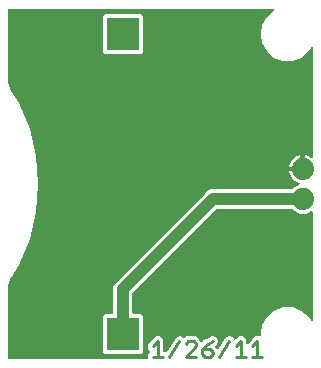
<source format=gbr>
G04 EAGLE Gerber RS-274X export*
G75*
%MOMM*%
%FSLAX34Y34*%
%LPD*%
%INTop Copper*%
%IPPOS*%
%AMOC8*
5,1,8,0,0,1.08239X$1,22.5*%
G01*
%ADD10C,0.228600*%
%ADD11R,2.781300X2.781300*%
%ADD12C,1.879600*%
%ADD13C,1.016000*%

G36*
X121724Y4073D02*
X121724Y4073D01*
X121782Y4071D01*
X121864Y4093D01*
X121948Y4105D01*
X122001Y4128D01*
X122057Y4143D01*
X122130Y4186D01*
X122207Y4221D01*
X122252Y4259D01*
X122302Y4288D01*
X122360Y4350D01*
X122424Y4404D01*
X122456Y4453D01*
X122496Y4496D01*
X122535Y4571D01*
X122582Y4641D01*
X122599Y4697D01*
X122626Y4749D01*
X122637Y4817D01*
X122667Y4912D01*
X122670Y5012D01*
X122681Y5080D01*
X122681Y7959D01*
X124549Y9827D01*
X124584Y9873D01*
X124626Y9914D01*
X124669Y9987D01*
X124720Y10054D01*
X124741Y10109D01*
X124770Y10159D01*
X124791Y10241D01*
X124821Y10320D01*
X124826Y10378D01*
X124840Y10435D01*
X124837Y10519D01*
X124844Y10603D01*
X124833Y10660D01*
X124831Y10719D01*
X124805Y10799D01*
X124789Y10882D01*
X124762Y10934D01*
X124744Y10989D01*
X124704Y11045D01*
X124658Y11134D01*
X124589Y11206D01*
X124549Y11263D01*
X122681Y13130D01*
X122681Y16603D01*
X129458Y23380D01*
X132931Y23380D01*
X135386Y20924D01*
X135386Y11430D01*
X135395Y11372D01*
X135393Y11314D01*
X135414Y11232D01*
X135426Y11148D01*
X135450Y11095D01*
X135465Y11039D01*
X135508Y10966D01*
X135543Y10889D01*
X135580Y10844D01*
X135610Y10794D01*
X135672Y10736D01*
X135726Y10672D01*
X135775Y10640D01*
X135817Y10600D01*
X135893Y10561D01*
X135963Y10514D01*
X136019Y10497D01*
X136071Y10470D01*
X136139Y10459D01*
X136234Y10429D01*
X136334Y10426D01*
X136402Y10415D01*
X137257Y10415D01*
X137307Y10380D01*
X137348Y10341D01*
X137388Y10321D01*
X137450Y10274D01*
X137465Y10268D01*
X137478Y10259D01*
X137573Y10226D01*
X137601Y10212D01*
X137622Y10208D01*
X137716Y10172D01*
X137732Y10171D01*
X137747Y10166D01*
X137873Y10159D01*
X137999Y10149D01*
X138015Y10152D01*
X138031Y10151D01*
X138154Y10180D01*
X138278Y10205D01*
X138292Y10212D01*
X138308Y10216D01*
X138418Y10278D01*
X138467Y10303D01*
X138488Y10312D01*
X138492Y10316D01*
X138530Y10336D01*
X138542Y10347D01*
X138556Y10355D01*
X138603Y10405D01*
X138650Y10450D01*
X138705Y10496D01*
X138715Y10511D01*
X138736Y10532D01*
X138760Y10572D01*
X138785Y10599D01*
X147025Y22958D01*
X150430Y23639D01*
X152853Y22024D01*
X152943Y21980D01*
X153030Y21929D01*
X153071Y21919D01*
X153109Y21901D01*
X153208Y21884D01*
X153306Y21859D01*
X153348Y21860D01*
X153389Y21853D01*
X153489Y21865D01*
X153590Y21868D01*
X153630Y21881D01*
X153672Y21886D01*
X153765Y21925D01*
X153860Y21956D01*
X153891Y21977D01*
X153934Y21995D01*
X154077Y22110D01*
X154134Y22150D01*
X155363Y23380D01*
X163157Y23380D01*
X165910Y20627D01*
X167720Y18818D01*
X167766Y18782D01*
X167807Y18740D01*
X167879Y18697D01*
X167947Y18647D01*
X168001Y18626D01*
X168052Y18596D01*
X168133Y18576D01*
X168212Y18545D01*
X168271Y18541D01*
X168327Y18526D01*
X168412Y18529D01*
X168496Y18522D01*
X168553Y18533D01*
X168612Y18535D01*
X168692Y18561D01*
X168774Y18578D01*
X168826Y18605D01*
X168882Y18623D01*
X168938Y18663D01*
X169027Y18709D01*
X169099Y18778D01*
X169155Y18818D01*
X169460Y19122D01*
X169500Y19175D01*
X169548Y19222D01*
X169578Y19279D01*
X169631Y19349D01*
X169671Y19454D01*
X169705Y19519D01*
X169865Y20000D01*
X170663Y20399D01*
X170743Y20454D01*
X170767Y20465D01*
X170803Y20496D01*
X170897Y20560D01*
X170911Y20578D01*
X170926Y20589D01*
X171557Y21219D01*
X172064Y21219D01*
X172130Y21228D01*
X172197Y21228D01*
X172258Y21246D01*
X172345Y21259D01*
X172447Y21305D01*
X172518Y21326D01*
X177293Y23714D01*
X180587Y22616D01*
X182140Y19510D01*
X181042Y16215D01*
X180189Y15789D01*
X180124Y15744D01*
X180053Y15707D01*
X180007Y15663D01*
X179955Y15627D01*
X179905Y15566D01*
X179847Y15511D01*
X179815Y15456D01*
X179775Y15407D01*
X179744Y15334D01*
X179704Y15266D01*
X179688Y15204D01*
X179663Y15146D01*
X179653Y15067D01*
X179633Y14991D01*
X179636Y14927D01*
X179628Y14864D01*
X179640Y14785D01*
X179643Y14706D01*
X179662Y14646D01*
X179672Y14583D01*
X179706Y14511D01*
X179730Y14436D01*
X179762Y14391D01*
X179793Y14325D01*
X179880Y14226D01*
X179925Y14163D01*
X179943Y14145D01*
X179943Y14144D01*
X181050Y13038D01*
X181063Y13028D01*
X181073Y13015D01*
X181176Y12943D01*
X181277Y12867D01*
X181292Y12861D01*
X181305Y12852D01*
X181425Y12810D01*
X181543Y12765D01*
X181559Y12764D01*
X181574Y12759D01*
X181700Y12752D01*
X181826Y12742D01*
X181842Y12745D01*
X181858Y12744D01*
X181981Y12773D01*
X182105Y12798D01*
X182119Y12805D01*
X182135Y12809D01*
X182244Y12870D01*
X182357Y12929D01*
X182369Y12940D01*
X182383Y12948D01*
X182430Y12998D01*
X182563Y13125D01*
X182587Y13165D01*
X182612Y13192D01*
X189123Y22958D01*
X192528Y23639D01*
X195417Y21713D01*
X195468Y21458D01*
X195492Y21390D01*
X195506Y21320D01*
X195539Y21257D01*
X195562Y21190D01*
X195604Y21131D01*
X195637Y21068D01*
X195686Y21016D01*
X195727Y20958D01*
X195784Y20914D01*
X195833Y20862D01*
X195894Y20826D01*
X195950Y20781D01*
X196016Y20754D01*
X196078Y20718D01*
X196147Y20700D01*
X196213Y20673D01*
X196284Y20665D01*
X196354Y20648D01*
X196425Y20650D01*
X196496Y20642D01*
X196566Y20655D01*
X196638Y20657D01*
X196706Y20679D01*
X196776Y20691D01*
X196840Y20722D01*
X196908Y20744D01*
X196957Y20779D01*
X197031Y20815D01*
X197120Y20895D01*
X197182Y20939D01*
X199622Y23380D01*
X203095Y23380D01*
X205550Y20924D01*
X205550Y17726D01*
X205554Y17697D01*
X205552Y17668D01*
X205574Y17557D01*
X205590Y17445D01*
X205602Y17418D01*
X205608Y17389D01*
X205660Y17289D01*
X205706Y17185D01*
X205725Y17163D01*
X205739Y17137D01*
X205817Y17055D01*
X205890Y16968D01*
X205915Y16952D01*
X205935Y16931D01*
X206032Y16873D01*
X206127Y16811D01*
X206155Y16802D01*
X206180Y16787D01*
X206289Y16759D01*
X206398Y16725D01*
X206427Y16724D01*
X206455Y16717D01*
X206569Y16720D01*
X206682Y16717D01*
X206710Y16725D01*
X206740Y16726D01*
X206847Y16761D01*
X206957Y16789D01*
X206982Y16804D01*
X207010Y16813D01*
X207074Y16859D01*
X207201Y16935D01*
X207244Y16980D01*
X207283Y17008D01*
X210902Y20627D01*
X213655Y23380D01*
X217491Y23380D01*
X217495Y23380D01*
X217499Y23380D01*
X217637Y23400D01*
X217772Y23420D01*
X217776Y23421D01*
X217781Y23422D01*
X217907Y23480D01*
X218032Y23536D01*
X218035Y23539D01*
X218039Y23540D01*
X218144Y23631D01*
X218249Y23720D01*
X218251Y23723D01*
X218254Y23726D01*
X218329Y23841D01*
X218406Y23956D01*
X218408Y23960D01*
X218410Y23964D01*
X218450Y24094D01*
X218492Y24227D01*
X218492Y24232D01*
X218493Y24236D01*
X218493Y24270D01*
X218499Y24511D01*
X218491Y24544D01*
X218491Y24571D01*
X218345Y25400D01*
X219729Y33251D01*
X223715Y40155D01*
X229822Y45280D01*
X237314Y48007D01*
X245286Y48007D01*
X252778Y45280D01*
X258885Y40156D01*
X260741Y36941D01*
X260753Y36926D01*
X260761Y36908D01*
X260840Y36814D01*
X260916Y36717D01*
X260932Y36706D01*
X260945Y36691D01*
X261047Y36622D01*
X261146Y36551D01*
X261165Y36544D01*
X261181Y36533D01*
X261299Y36496D01*
X261414Y36454D01*
X261434Y36453D01*
X261452Y36447D01*
X261575Y36444D01*
X261698Y36436D01*
X261717Y36441D01*
X261736Y36440D01*
X261855Y36471D01*
X261975Y36498D01*
X261993Y36507D01*
X262011Y36512D01*
X262117Y36574D01*
X262225Y36633D01*
X262239Y36647D01*
X262256Y36657D01*
X262340Y36747D01*
X262427Y36833D01*
X262437Y36850D01*
X262450Y36864D01*
X262506Y36974D01*
X262566Y37081D01*
X262571Y37100D01*
X262580Y37118D01*
X262592Y37190D01*
X262631Y37358D01*
X262629Y37409D01*
X262635Y37449D01*
X262635Y128285D01*
X262619Y128399D01*
X262609Y128513D01*
X262599Y128539D01*
X262595Y128567D01*
X262548Y128672D01*
X262507Y128779D01*
X262491Y128801D01*
X262479Y128826D01*
X262405Y128914D01*
X262336Y129005D01*
X262313Y129022D01*
X262296Y129043D01*
X262200Y129107D01*
X262108Y129175D01*
X262082Y129185D01*
X262059Y129201D01*
X261949Y129235D01*
X261842Y129276D01*
X261814Y129278D01*
X261788Y129286D01*
X261673Y129289D01*
X261559Y129299D01*
X261534Y129293D01*
X261504Y129294D01*
X261247Y129227D01*
X261231Y129223D01*
X256476Y127253D01*
X251524Y127253D01*
X246949Y129148D01*
X244824Y131274D01*
X244754Y131326D01*
X244690Y131386D01*
X244641Y131412D01*
X244597Y131445D01*
X244515Y131476D01*
X244437Y131516D01*
X244389Y131524D01*
X244331Y131546D01*
X244183Y131558D01*
X244106Y131571D01*
X181588Y131571D01*
X181501Y131559D01*
X181414Y131556D01*
X181361Y131539D01*
X181306Y131531D01*
X181226Y131496D01*
X181143Y131469D01*
X181104Y131441D01*
X181047Y131415D01*
X180933Y131319D01*
X180870Y131274D01*
X110026Y60430D01*
X109974Y60361D01*
X109914Y60297D01*
X109888Y60247D01*
X109855Y60203D01*
X109824Y60121D01*
X109784Y60043D01*
X109776Y59996D01*
X109754Y59937D01*
X109742Y59790D01*
X109729Y59712D01*
X109729Y43370D01*
X109737Y43313D01*
X109735Y43254D01*
X109757Y43173D01*
X109769Y43089D01*
X109792Y43036D01*
X109807Y42979D01*
X109850Y42907D01*
X109885Y42830D01*
X109923Y42785D01*
X109952Y42735D01*
X110014Y42677D01*
X110068Y42613D01*
X110117Y42580D01*
X110160Y42540D01*
X110235Y42502D01*
X110305Y42455D01*
X110361Y42437D01*
X110413Y42411D01*
X110481Y42399D01*
X110576Y42369D01*
X110676Y42367D01*
X110744Y42355D01*
X116769Y42355D01*
X118555Y40569D01*
X118555Y10231D01*
X116769Y8445D01*
X86431Y8445D01*
X84645Y10231D01*
X84645Y40569D01*
X86431Y42355D01*
X92456Y42355D01*
X92514Y42363D01*
X92572Y42362D01*
X92654Y42383D01*
X92738Y42395D01*
X92791Y42419D01*
X92847Y42434D01*
X92920Y42477D01*
X92997Y42511D01*
X93042Y42549D01*
X93092Y42579D01*
X93150Y42641D01*
X93214Y42695D01*
X93246Y42744D01*
X93286Y42786D01*
X93325Y42861D01*
X93372Y42932D01*
X93389Y42987D01*
X93416Y43039D01*
X93427Y43107D01*
X93457Y43203D01*
X93460Y43302D01*
X93471Y43370D01*
X93471Y65117D01*
X94709Y68105D01*
X170766Y144162D01*
X173195Y146591D01*
X176183Y147829D01*
X244106Y147829D01*
X244192Y147841D01*
X244280Y147844D01*
X244333Y147861D01*
X244387Y147869D01*
X244467Y147904D01*
X244550Y147931D01*
X244590Y147959D01*
X244647Y147985D01*
X244760Y148081D01*
X244824Y148126D01*
X246949Y150252D01*
X250611Y151769D01*
X250671Y151804D01*
X250735Y151830D01*
X250793Y151876D01*
X250856Y151913D01*
X250904Y151963D01*
X250958Y152006D01*
X251001Y152066D01*
X251051Y152120D01*
X251083Y152181D01*
X251123Y152238D01*
X251148Y152307D01*
X251182Y152373D01*
X251195Y152440D01*
X251218Y152506D01*
X251222Y152579D01*
X251237Y152652D01*
X251231Y152720D01*
X251235Y152789D01*
X251219Y152861D01*
X251212Y152935D01*
X251187Y152999D01*
X251172Y153067D01*
X251137Y153131D01*
X251110Y153200D01*
X251068Y153255D01*
X251035Y153316D01*
X250983Y153368D01*
X250939Y153427D01*
X250883Y153468D01*
X250834Y153517D01*
X250779Y153546D01*
X250711Y153597D01*
X250603Y153638D01*
X250537Y153672D01*
X249417Y154036D01*
X247743Y154889D01*
X246222Y155994D01*
X244894Y157322D01*
X243789Y158843D01*
X242936Y160517D01*
X242355Y162304D01*
X242234Y163069D01*
X252984Y163069D01*
X253042Y163077D01*
X253100Y163075D01*
X253182Y163097D01*
X253265Y163109D01*
X253319Y163133D01*
X253375Y163147D01*
X253448Y163190D01*
X253525Y163225D01*
X253569Y163263D01*
X253620Y163293D01*
X253677Y163354D01*
X253742Y163409D01*
X253774Y163457D01*
X253814Y163500D01*
X253853Y163575D01*
X253899Y163645D01*
X253917Y163701D01*
X253944Y163753D01*
X253955Y163821D01*
X253985Y163916D01*
X253988Y164016D01*
X253999Y164084D01*
X253999Y165101D01*
X255016Y165101D01*
X255074Y165109D01*
X255132Y165108D01*
X255214Y165129D01*
X255297Y165141D01*
X255351Y165165D01*
X255407Y165179D01*
X255480Y165222D01*
X255557Y165257D01*
X255602Y165295D01*
X255652Y165325D01*
X255710Y165386D01*
X255774Y165441D01*
X255806Y165489D01*
X255846Y165532D01*
X255885Y165607D01*
X255931Y165677D01*
X255949Y165733D01*
X255976Y165785D01*
X255987Y165853D01*
X256017Y165948D01*
X256020Y166048D01*
X256031Y166116D01*
X256031Y176866D01*
X256796Y176745D01*
X258583Y176164D01*
X260257Y175311D01*
X261023Y174754D01*
X261105Y174711D01*
X261181Y174660D01*
X261230Y174645D01*
X261274Y174621D01*
X261364Y174602D01*
X261452Y174574D01*
X261503Y174573D01*
X261553Y174563D01*
X261644Y174569D01*
X261736Y174567D01*
X261785Y174580D01*
X261836Y174584D01*
X261923Y174616D01*
X262011Y174639D01*
X262055Y174665D01*
X262103Y174683D01*
X262177Y174737D01*
X262256Y174784D01*
X262291Y174821D01*
X262331Y174851D01*
X262387Y174924D01*
X262450Y174992D01*
X262473Y175037D01*
X262504Y175077D01*
X262538Y175163D01*
X262580Y175245D01*
X262587Y175289D01*
X262608Y175342D01*
X262620Y175469D01*
X262621Y175474D01*
X262622Y175491D01*
X262623Y175500D01*
X262635Y175576D01*
X262635Y267351D01*
X262633Y267371D01*
X262635Y267390D01*
X262613Y267511D01*
X262595Y267633D01*
X262587Y267651D01*
X262584Y267670D01*
X262529Y267780D01*
X262479Y267892D01*
X262467Y267907D01*
X262458Y267925D01*
X262375Y268016D01*
X262296Y268109D01*
X262279Y268120D01*
X262266Y268135D01*
X262161Y268199D01*
X262059Y268267D01*
X262040Y268273D01*
X262024Y268283D01*
X261905Y268316D01*
X261788Y268353D01*
X261768Y268353D01*
X261749Y268358D01*
X261627Y268357D01*
X261504Y268360D01*
X261485Y268355D01*
X261465Y268355D01*
X261347Y268319D01*
X261229Y268288D01*
X261212Y268278D01*
X261193Y268272D01*
X261090Y268206D01*
X260984Y268143D01*
X260971Y268129D01*
X260954Y268118D01*
X260908Y268061D01*
X260790Y267936D01*
X260766Y267890D01*
X260741Y267859D01*
X258885Y264644D01*
X252778Y259520D01*
X245286Y256793D01*
X237314Y256793D01*
X229822Y259520D01*
X223715Y264644D01*
X219729Y271549D01*
X218345Y279400D01*
X219729Y287251D01*
X223715Y294155D01*
X229420Y298942D01*
X229469Y298997D01*
X229525Y299045D01*
X229564Y299102D01*
X229610Y299154D01*
X229642Y299220D01*
X229683Y299281D01*
X229704Y299347D01*
X229734Y299410D01*
X229746Y299482D01*
X229768Y299552D01*
X229770Y299621D01*
X229782Y299690D01*
X229774Y299763D01*
X229776Y299836D01*
X229758Y299903D01*
X229751Y299972D01*
X229723Y300040D01*
X229704Y300111D01*
X229669Y300171D01*
X229642Y300235D01*
X229596Y300293D01*
X229559Y300356D01*
X229508Y300403D01*
X229465Y300457D01*
X229405Y300500D01*
X229351Y300550D01*
X229290Y300582D01*
X229233Y300622D01*
X229164Y300646D01*
X229098Y300680D01*
X229040Y300690D01*
X228965Y300716D01*
X228843Y300723D01*
X228767Y300735D01*
X5080Y300735D01*
X5022Y300727D01*
X4964Y300729D01*
X4882Y300707D01*
X4798Y300695D01*
X4745Y300672D01*
X4689Y300657D01*
X4616Y300614D01*
X4539Y300579D01*
X4494Y300541D01*
X4444Y300512D01*
X4386Y300450D01*
X4322Y300396D01*
X4290Y300347D01*
X4250Y300304D01*
X4211Y300229D01*
X4164Y300159D01*
X4147Y300103D01*
X4120Y300051D01*
X4109Y299983D01*
X4079Y299888D01*
X4076Y299788D01*
X4065Y299720D01*
X4065Y241300D01*
X4071Y241259D01*
X4067Y241226D01*
X4258Y238613D01*
X4288Y238474D01*
X4298Y238396D01*
X5800Y233391D01*
X5860Y233261D01*
X5886Y233187D01*
X7147Y230934D01*
X7163Y230913D01*
X7171Y230893D01*
X7226Y230804D01*
X7235Y230793D01*
X7240Y230782D01*
X8223Y229291D01*
X8226Y229283D01*
X8243Y229207D01*
X8303Y229098D01*
X8332Y229027D01*
X13504Y220715D01*
X22656Y198924D01*
X28240Y175959D01*
X30118Y152400D01*
X28240Y128841D01*
X22656Y105876D01*
X13504Y84085D01*
X8332Y75773D01*
X8302Y75705D01*
X8263Y75642D01*
X8244Y75576D01*
X8217Y75513D01*
X8214Y75496D01*
X7240Y74018D01*
X7234Y74005D01*
X7226Y73996D01*
X7171Y73907D01*
X7160Y73883D01*
X7147Y73866D01*
X5886Y71613D01*
X5851Y71522D01*
X5843Y71510D01*
X5831Y71472D01*
X5800Y71409D01*
X4298Y66404D01*
X4277Y66263D01*
X4258Y66187D01*
X4067Y63574D01*
X4070Y63533D01*
X4065Y63500D01*
X4065Y5080D01*
X4073Y5022D01*
X4071Y4964D01*
X4093Y4882D01*
X4105Y4798D01*
X4128Y4745D01*
X4143Y4689D01*
X4186Y4616D01*
X4221Y4539D01*
X4259Y4494D01*
X4288Y4444D01*
X4350Y4386D01*
X4404Y4322D01*
X4453Y4290D01*
X4496Y4250D01*
X4571Y4211D01*
X4641Y4164D01*
X4697Y4147D01*
X4749Y4120D01*
X4817Y4109D01*
X4912Y4079D01*
X5012Y4076D01*
X5080Y4065D01*
X121666Y4065D01*
X121724Y4073D01*
G37*
%LPC*%
G36*
X86431Y262445D02*
X86431Y262445D01*
X84645Y264231D01*
X84645Y294569D01*
X86431Y296355D01*
X116769Y296355D01*
X118555Y294569D01*
X118555Y264231D01*
X116769Y262445D01*
X86431Y262445D01*
G37*
%LPD*%
%LPC*%
G36*
X242234Y167131D02*
X242234Y167131D01*
X242355Y167896D01*
X242936Y169683D01*
X243789Y171357D01*
X244894Y172878D01*
X246222Y174206D01*
X247743Y175311D01*
X249417Y176164D01*
X251204Y176745D01*
X251969Y176866D01*
X251969Y167131D01*
X242234Y167131D01*
G37*
%LPD*%
D10*
X126873Y14866D02*
X131195Y19188D01*
X131195Y6223D01*
X135516Y6223D02*
X126873Y6223D01*
X140906Y6223D02*
X149549Y19188D01*
X154939Y6223D02*
X163582Y6223D01*
X154939Y6223D02*
X163582Y14866D01*
X163582Y17027D01*
X161421Y19188D01*
X157099Y19188D01*
X154939Y17027D01*
X173293Y17027D02*
X177615Y19188D01*
X173293Y17027D02*
X168971Y12706D01*
X168971Y8384D01*
X171132Y6223D01*
X175454Y6223D01*
X177615Y8384D01*
X177615Y10545D01*
X175454Y12706D01*
X168971Y12706D01*
X183004Y6223D02*
X191648Y19188D01*
X197037Y14866D02*
X201359Y19188D01*
X201359Y6223D01*
X205680Y6223D02*
X197037Y6223D01*
X211070Y14866D02*
X215391Y19188D01*
X215391Y6223D01*
X211070Y6223D02*
X219713Y6223D01*
D11*
X101600Y279400D03*
X101600Y25400D03*
D12*
X254000Y165100D03*
X254000Y139700D03*
D13*
X101600Y63500D02*
X101600Y25400D01*
X101600Y63500D02*
X177800Y139700D01*
X254000Y139700D01*
M02*

</source>
